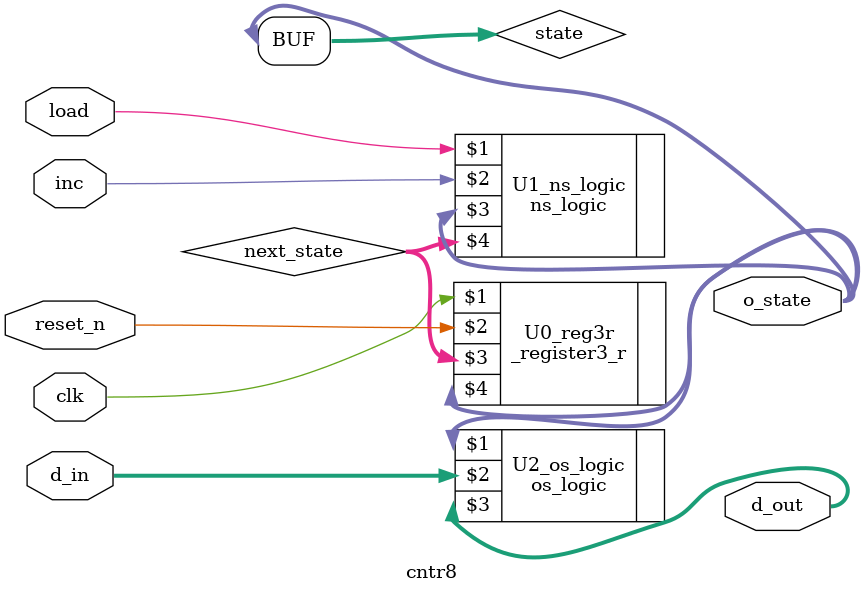
<source format=v>
module cntr8(clk, reset_n, inc, load, d_in, d_out, o_state); //8-bit loadable up/down counter
	input 		 clk, reset_n, inc, load; 
	input  [7:0] d_in;
	output [7:0] d_out; 
	output [2:0] o_state;
	
	wire 	 [2:0] next_state; 
	wire 	 [2:0] state;
	
	assign o_state = state;
	
	//instance _register3_r, ns_logic, os_logic
	_register3_r U0_reg3r (clk, reset_n, next_state, state);		
	ns_logic U1_ns_logic  (load, inc, o_state, next_state);								
	os_logic U2_os_logic  (state, d_in, d_out); 
endmodule 
</source>
